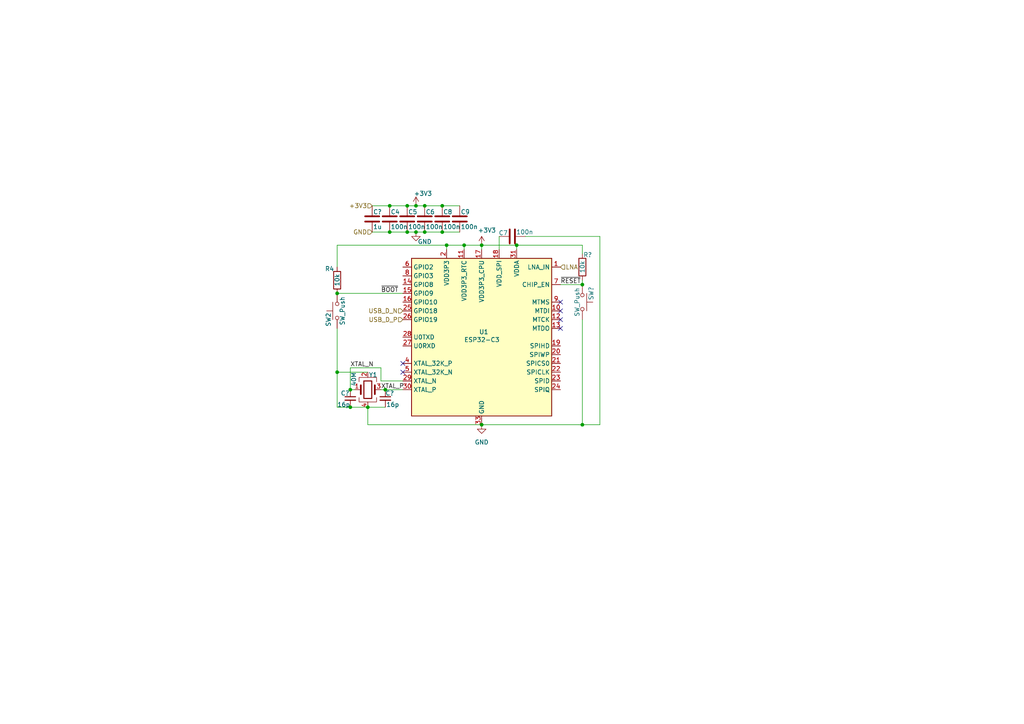
<source format=kicad_sch>
(kicad_sch (version 20231120) (generator "eeschema") (generator_version "8.0")
  (paper "A4")
  (lib_symbols
    (symbol "Device:C" (pin_numbers hide) (pin_names (offset 0.254))
      (property "Reference" "C" (at 0.635 2.54 0))
      (property "Value" "C" (at 0.635 -2.54 0))
      (symbol "C_0_1"
        (polyline (pts (xy -2.032 -0.762) (xy 2.032 -0.762)) (stroke (width 0.508)))
        (polyline (pts (xy -2.032 0.762) (xy 2.032 0.762)) (stroke (width 0.508)))
      )
      (symbol "C_1_1"
        (pin passive line (at 0 3.81 270) (length 2.794) (name "~") (number "1"))
        (pin passive line (at 0 -3.81 90) (length 2.794) (name "~") (number "2"))
      )
    )
    (symbol "Device:C_Small" (pin_numbers hide) (pin_names (offset 0.254) hide)
      (property "Reference" "C" (at 0.254 1.778 0))
      (property "Value" "C_Small" (at 0.254 -2.032 0))
      (symbol "C_Small_0_1"
        (polyline (pts (xy -1.524 -0.508) (xy 1.524 -0.508)) (stroke (width 0.3302)))
        (polyline (pts (xy -1.524 0.508) (xy 1.524 0.508)) (stroke (width 0.3048)))
      )
      (symbol "C_Small_1_1"
        (pin passive line (at 0 2.54 270) (length 2.032) (name "~") (number "1"))
        (pin passive line (at 0 -2.54 90) (length 2.032) (name "~") (number "2"))
      )
    )
    (symbol "Device:Crystal_GND24" (pin_names (offset 1.016) hide)
      (property "Reference" "Y" (at 3.175 5.08 0))
      (property "Value" "Crystal_GND24" (at 3.175 3.175 0))
      (symbol "Crystal_GND24_0_1"
        (rectangle (start -1.143 2.54) (end 1.143 -2.54) (stroke (width 0.3048)))
        (polyline (pts (xy -2.54 0) (xy -2.032 0)))
        (polyline (pts (xy -2.032 -1.27) (xy -2.032 1.27)) (stroke (width 0.508)))
        (polyline (pts (xy 0 -3.81) (xy 0 -3.556)))
        (polyline (pts (xy 0 3.556) (xy 0 3.81)))
        (polyline (pts (xy 2.032 -1.27) (xy 2.032 1.27)) (stroke (width 0.508)))
        (polyline (pts (xy 2.032 0) (xy 2.54 0)))
        (polyline (pts (xy -2.54 -2.286) (xy -2.54 -3.556) (xy 2.54 -3.556) (xy 2.54 -2.286)))
        (polyline (pts (xy -2.54 2.286) (xy -2.54 3.556) (xy 2.54 3.556) (xy 2.54 2.286)))
      )
      (symbol "Crystal_GND24_1_1"
        (pin passive line (at -3.81 0 0) (length 1.27) (name "1") (number "1"))
        (pin passive line (at 0 5.08 270) (length 1.27) (name "2") (number "2"))
        (pin passive line (at 3.81 0 180) (length 1.27) (name "3") (number "3"))
        (pin passive line (at 0 -5.08 90) (length 1.27) (name "4") (number "4"))
      )
    )
    (symbol "Device:R" (pin_numbers hide) (pin_names (offset 0))
      (property "Reference" "R" (at 2.032 0 90))
      (property "Value" "R" (at 0 0 90))
      (symbol "R_0_1"
        (rectangle (start -1.016 -2.54) (end 1.016 2.54) (stroke (width 0.254)))
      )
      (symbol "R_1_1"
        (pin passive line (at 0 3.81 270) (length 1.27) (name "~") (number "1"))
        (pin passive line (at 0 -3.81 90) (length 1.27) (name "~") (number "2"))
      )
    )
    (symbol "MCU_Espressif:ESP32-C3"
      (property "Reference" "U" (at -17.272 23.876 0))
      (property "Value" "ESP32-C3" (at 16.256 23.876 0))
      (symbol "ESP32-C3_1_1"
        (rectangle (start -20.32 22.86) (end 20.32 -22.86) (stroke (width 0.254)) (fill (type background)))
        (pin bidirectional line (at 22.86 20.32 180) (length 2.54) (name "LNA_IN") (number "1"))
        (pin bidirectional line (at 22.86 7.62 180) (length 2.54) (name "MTDI") (number "10"))
        (pin power_in line (at -5.08 25.4 270) (length 2.54) (name "VDD3P3_RTC") (number "11"))
        (pin bidirectional line (at 22.86 5.08 180) (length 2.54) (name "MTCK") (number "12"))
        (pin bidirectional line (at 22.86 2.54 180) (length 2.54) (name "MTDO") (number "13"))
        (pin bidirectional line (at -22.86 15.24 0) (length 2.54) (name "GPIO8") (number "14"))
        (pin bidirectional line (at -22.86 12.7 0) (length 2.54) (name "GPIO9") (number "15"))
        (pin bidirectional line (at -22.86 10.16 0) (length 2.54) (name "GPIO10") (number "16"))
        (pin power_in line (at 0 25.4 270) (length 2.54) (name "VDD3P3_CPU") (number "17"))
        (pin power_out line (at 5.08 25.4 270) (length 2.54) (name "VDD_SPI") (number "18"))
        (pin bidirectional line (at 22.86 -2.54 180) (length 2.54) (name "SPIHD") (number "19"))
        (pin power_in line (at -10.16 25.4 270) (length 2.54) (name "VDD3P3") (number "2"))
        (pin bidirectional line (at 22.86 -5.08 180) (length 2.54) (name "SPIWP") (number "20"))
        (pin bidirectional line (at 22.86 -7.62 180) (length 2.54) (name "SPICS0") (number "21"))
        (pin bidirectional line (at 22.86 -10.16 180) (length 2.54) (name "SPICLK") (number "22"))
        (pin bidirectional line (at 22.86 -12.7 180) (length 2.54) (name "SPID") (number "23"))
        (pin bidirectional line (at 22.86 -15.24 180) (length 2.54) (name "SPIQ") (number "24"))
        (pin bidirectional line (at -22.86 7.62 0) (length 2.54) (name "GPIO18") (number "25"))
        (pin bidirectional line (at -22.86 5.08 0) (length 2.54) (name "GPIO19") (number "26"))
        (pin bidirectional line (at -22.86 -2.54 0) (length 2.54) (name "U0RXD") (number "27"))
        (pin bidirectional line (at -22.86 0 0) (length 2.54) (name "U0TXD") (number "28"))
        (pin bidirectional line (at -22.86 -12.7 0) (length 2.54) (name "XTAL_N") (number "29"))
        (pin passive line (at -10.16 25.4 270) (length 2.54) hide (name "VDD3P3") (number "3"))
        (pin bidirectional line (at -22.86 -15.24 0) (length 2.54) (name "XTAL_P") (number "30"))
        (pin power_in line (at 10.16 25.4 270) (length 2.54) (name "VDDA") (number "31"))
        (pin passive line (at 10.16 25.4 270) (length 2.54) hide (name "VDDA") (number "32"))
        (pin power_in line (at 0 -25.4 90) (length 2.54) (name "GND") (number "33"))
        (pin bidirectional line (at -22.86 -7.62 0) (length 2.54) (name "XTAL_32K_P") (number "4"))
        (pin bidirectional line (at -22.86 -10.16 0) (length 2.54) (name "XTAL_32K_N") (number "5"))
        (pin bidirectional line (at -22.86 20.32 0) (length 2.54) (name "GPIO2") (number "6"))
        (pin bidirectional line (at 22.86 15.24 180) (length 2.54) (name "CHIP_EN") (number "7"))
        (pin bidirectional line (at -22.86 17.78 0) (length 2.54) (name "GPIO3") (number "8"))
        (pin bidirectional line (at 22.86 10.16 180) (length 2.54) (name "MTMS") (number "9"))
      )
    )
    (symbol "Switch:SW_Push" (pin_numbers hide) (pin_names (offset 1.016) hide)
      (property "Reference" "SW" (at 1.27 2.54 0))
      (property "Value" "SW_Push" (at 0 -1.524 0))
      (symbol "SW_Push_0_1"
        (circle (center -2.032 0) (radius 0.508))
        (polyline (pts (xy 0 1.27) (xy 0 3.048)))
        (polyline (pts (xy 2.54 1.27) (xy -2.54 1.27)))
        (circle (center 2.032 0) (radius 0.508))
        (pin passive line (at -5.08 0 0) (length 2.54) (name "1") (number "1"))
        (pin passive line (at 5.08 0 180) (length 2.54) (name "2") (number "2"))
      )
    )
    (symbol "power:+3.3V" (power) (pin_numbers hide) (pin_names (offset 0) hide)
      (property "Value" "+3.3V" (at 0 3.556 0))
      (symbol "+3.3V_0_1"
        (polyline (pts (xy -0.762 1.27) (xy 0 2.54)))
        (polyline (pts (xy 0 0) (xy 0 2.54)))
        (polyline (pts (xy 0 2.54) (xy 0.762 1.27)))
      )
      (symbol "+3.3V_1_1"
        (pin power_in line (at 0 0 90) (length 0) (name "~") (number "1"))
      )
    )
    (symbol "power:GND" (power) (pin_numbers hide) (pin_names (offset 0) hide)
      (property "Value" "GND" (at 0 -3.81 0))
      (symbol "GND_0_1"
        (polyline (pts (xy 0 0) (xy 0 -1.27) (xy 1.27 -1.27) (xy 0 -2.54) (xy -1.27 -1.27) (xy 0 -1.27)))
      )
      (symbol "GND_1_1"
        (pin power_in line (at 0 0 270) (length 0) (name "~") (number "1"))
      )
    )
  )
  (junction (at 149.86 71.12))
  (junction (at 134.62 71.12))
  (junction (at 97.79 85.09))
  (junction (at 120.65 67.31))
  (junction (at 118.11 67.31))
  (junction (at 97.79 107.95))
  (junction (at 168.91 82.55))
  (junction (at 113.03 67.31))
  (junction (at 111.76 113.03))
  (junction (at 101.6 113.03))
  (junction (at 129.54 71.12))
  (junction (at 168.91 123.19))
  (junction (at 139.7 123.19))
  (junction (at 120.65 59.69))
  (junction (at 101.6 118.11))
  (junction (at 128.27 67.31))
  (junction (at 123.19 67.31))
  (junction (at 128.27 59.69))
  (junction (at 106.68 118.11))
  (junction (at 113.03 59.69))
  (junction (at 118.11 59.69))
  (junction (at 139.7 71.12))
  (junction (at 123.19 59.69))
  (no_connect (at 162.56 87.63))
  (no_connect (at 162.56 95.25))
  (no_connect (at 162.56 90.17))
  (no_connect (at 162.56 92.71))
  (no_connect (at 116.84 107.95))
  (no_connect (at 116.84 105.41))
  (wire (pts (xy 110.49 110.49) (xy 116.84 110.49)))
  (wire (pts (xy 110.49 113.03) (xy 111.76 113.03)))
  (wire (pts (xy 128.27 67.31) (xy 133.35 67.31)))
  (wire (pts (xy 128.27 59.69) (xy 123.19 59.69)))
  (wire (pts (xy 134.62 71.12) (xy 134.62 72.39)))
  (wire (pts (xy 113.03 67.31) (xy 118.11 67.31)))
  (wire (pts (xy 120.65 67.31) (xy 123.19 67.31)))
  (wire (pts (xy 120.65 59.69) (xy 118.11 59.69)))
  (wire (pts (xy 168.91 81.28) (xy 168.91 82.55)))
  (wire (pts (xy 107.95 67.31) (xy 113.03 67.31)))
  (wire (pts (xy 128.27 59.69) (xy 133.35 59.69)))
  (wire (pts (xy 120.65 59.69) (xy 123.19 59.69)))
  (wire (pts (xy 110.49 106.68) (xy 110.49 110.49)))
  (wire (pts (xy 97.79 107.95) (xy 97.79 118.11)))
  (wire (pts (xy 97.79 85.09) (xy 116.84 85.09)))
  (wire (pts (xy 107.95 59.69) (xy 113.03 59.69)))
  (wire (pts (xy 168.91 71.12) (xy 168.91 73.66)))
  (wire (pts (xy 106.68 118.11) (xy 106.68 123.19)))
  (wire (pts (xy 113.03 59.69) (xy 118.11 59.69)))
  (wire (pts (xy 97.79 77.47) (xy 97.79 71.12)))
  (wire (pts (xy 101.6 113.03) (xy 102.87 113.03)))
  (wire (pts (xy 134.62 71.12) (xy 139.7 71.12)))
  (wire (pts (xy 168.91 92.71) (xy 168.91 123.19)))
  (wire (pts (xy 168.91 82.55) (xy 162.56 82.55)))
  (wire (pts (xy 173.99 68.58) (xy 173.99 123.19)))
  (wire (pts (xy 97.79 95.25) (xy 97.79 107.95)))
  (wire (pts (xy 168.91 123.19) (xy 139.7 123.19)))
  (wire (pts (xy 118.11 67.31) (xy 120.65 67.31)))
  (wire (pts (xy 97.79 118.11) (xy 101.6 118.11)))
  (wire (pts (xy 101.6 118.11) (xy 106.68 118.11)))
  (wire (pts (xy 106.68 118.11) (xy 111.76 118.11)))
  (wire (pts (xy 111.76 113.03) (xy 116.84 113.03)))
  (wire (pts (xy 129.54 71.12) (xy 129.54 72.39)))
  (wire (pts (xy 152.4 68.58) (xy 173.99 68.58)))
  (wire (pts (xy 101.6 113.03) (xy 101.6 106.68)))
  (wire (pts (xy 144.78 68.58) (xy 144.78 72.39)))
  (wire (pts (xy 139.7 71.12) (xy 149.86 71.12)))
  (wire (pts (xy 97.79 71.12) (xy 129.54 71.12)))
  (wire (pts (xy 139.7 71.12) (xy 139.7 72.39)))
  (wire (pts (xy 129.54 71.12) (xy 134.62 71.12)))
  (wire (pts (xy 149.86 71.12) (xy 149.86 72.39)))
  (wire (pts (xy 173.99 123.19) (xy 168.91 123.19)))
  (wire (pts (xy 106.68 107.95) (xy 97.79 107.95)))
  (wire (pts (xy 106.68 123.19) (xy 139.7 123.19)))
  (wire (pts (xy 101.6 106.68) (xy 110.49 106.68)))
  (wire (pts (xy 128.27 67.31) (xy 123.19 67.31)))
  (wire (pts (xy 149.86 71.12) (xy 168.91 71.12)))
  (label "~{RESET}" (at 162.56 82.55 0))
  (label "XTAL_P" (at 110.49 113.03 0))
  (label "XTAL_N" (at 101.6 106.68 0))
  (label "~{BOOT}" (at 110.49 85.09 0))
  (hierarchical_label "LNA" (shape input) (at 162.56 77.47 0))
  (hierarchical_label "GND" (shape input) (at 107.95 67.31 180))
  (hierarchical_label "USB_D_N" (shape input) (at 116.84 90.17 180))
  (hierarchical_label "+3V3" (shape input) (at 107.95 59.69 180))
  (hierarchical_label "USB_D_P" (shape input) (at 116.84 92.71 180))
  (symbol (lib_id "power:GND") (at 139.7 123.19 0) (unit 1)
    (property "Reference" "#PWR03" (effects (hide yes)))
    (property "Value" "GND" (at 139.7 128.27 0))
    (property "Description" "Power symbol creates a global label with name \"GND\" , ground" (effects (hide yes)))
  )
  (symbol (lib_id "Device:C") (at 148.59 68.58 90) (unit 1)
    (property "Reference" "C7" (at 147.32 67.564 90) (effects (justify left)))
    (property "Value" "100n" (at 154.686 67.31 90) (effects (justify left)))
    (property "Description" "Unpolarized capacitor" (effects (hide yes)))
  )
  (symbol (lib_id "Switch:SW_Push") (at 97.79 90.17 90) (unit 1)
    (property "Reference" "SW2" (at 95.25 92.71 0))
    (property "Value" "SW_Push" (at 99.314 90.17 0))
    (property "Description" "Push button switch, generic, two pins" (effects (hide yes)))
  )
  (symbol (lib_id "Switch:SW_Push") (at 168.91 87.63 270) (unit 1)
    (property "Reference" "SW?" (at 171.45 85.09 0))
    (property "Value" "SW_Push" (at 167.386 87.63 0))
    (property "Description" "Push button switch, generic, two pins" (effects (hide yes)))
  )
  (symbol (lib_id "power:+3.3V") (at 120.65 59.69 0) (unit 1)
    (property "Reference" "#PWR04" (effects (hide yes)))
    (property "Value" "+3V3" (at 122.682 56.134 0))
    (property "Description" "Power symbol creates a global label with name \"+3.3V\"" (effects (hide yes)))
  )
  (symbol (lib_id "Device:R") (at 168.91 77.47 0) (unit 1)
    (property "Reference" "R?" (at 169.164 73.914 0) (effects (justify left)))
    (property "Value" "10k" (at 168.91 79.248 90) (effects (justify left)))
    (property "Description" "Resistor" (effects (hide yes)))
  )
  (symbol (lib_id "Device:C") (at 128.27 63.5 0) (unit 1)
    (property "Reference" "C8" (at 128.524 61.468 0) (effects (justify left)))
    (property "Value" "100n" (at 128.524 65.786 0) (effects (justify left)))
    (property "Description" "Unpolarized capacitor" (effects (hide yes)))
  )
  (symbol (lib_id "Device:C_Small") (at 101.6 115.57 0) (unit 1)
    (property "Reference" "C?" (at 98.806 114.046 0) (effects (justify left)))
    (property "Value" "16p" (at 97.79 117.348 0) (effects (justify left)))
    (property "Description" "Unpolarized capacitor, small symbol" (effects (hide yes)))
  )
  (symbol (lib_id "Device:R") (at 97.79 81.28 0) (unit 1)
    (property "Reference" "R4" (at 94.234 77.978 0) (effects (justify left)))
    (property "Value" "10k" (at 97.79 83.058 90) (effects (justify left)))
    (property "Description" "Resistor" (effects (hide yes)))
  )
  (symbol (lib_id "Device:C") (at 123.19 63.5 0) (unit 1)
    (property "Reference" "C6" (at 123.444 61.468 0) (effects (justify left)))
    (property "Value" "100n" (at 123.444 65.786 0) (effects (justify left)))
    (property "Description" "Unpolarized capacitor" (effects (hide yes)))
  )
  (symbol (lib_id "Device:C") (at 113.03 63.5 0) (unit 1)
    (property "Reference" "C4" (at 113.284 61.468 0) (effects (justify left)))
    (property "Value" "100n" (at 113.284 65.786 0) (effects (justify left)))
    (property "Description" "Unpolarized capacitor" (effects (hide yes)))
  )
  (symbol (lib_id "Device:Crystal_GND24") (at 106.68 113.03 0) (unit 1)
    (property "Reference" "Y1" (at 108.204 108.712 0))
    (property "Value" "40M" (at 102.616 109.982 90))
    (property "Description" "Four pin crystal, GND on pins 2 and 4" (effects (hide yes)))
  )
  (symbol (lib_id "power:GND") (at 120.65 67.31 0) (unit 1)
    (property "Reference" "#PWR05" (effects (hide yes)))
    (property "Value" "GND" (at 123.19 70.104 0))
    (property "Description" "Power symbol creates a global label with name \"GND\" , ground" (effects (hide yes)))
  )
  (symbol (lib_id "power:+3.3V") (at 139.7 71.12 0) (unit 1)
    (property "Reference" "#PWR02" (effects (hide yes)))
    (property "Value" "+3V3" (at 141.224 66.802 0))
    (property "Description" "Power symbol creates a global label with name \"+3.3V\"" (effects (hide yes)))
  )
  (symbol (lib_id "MCU_Espressif:ESP32-C3") (at 139.7 97.79 0) (unit 1)
    (property "Reference" "U1" (at 138.938 96.266 0) (effects (justify left)))
    (property "Value" "ESP32-C3" (at 134.62 98.552 0) (effects (justify left)))
    (property "Footprint" "Package_DFN_QFN:QFN-32-1EP_5x5mm_P0.5mm_EP3.7x3.7mm" (effects (hide yes)))
    (property "Datasheet" "https://www.espressif.com/sites/default/files/documentation/esp32-c3_datasheet_en.pdf" (effects (hide yes)))
    (property "Description" "RF Module, ESP32 SoC, RISC-V, WiFi 802.11b/n/g, Bluetooth LE 5, QFN32" (effects (hide yes)))
  )
  (symbol (lib_id "Device:C_Small") (at 111.76 115.57 0) (unit 1)
    (property "Reference" "C?" (at 111.76 114.046 0) (effects (justify left)))
    (property "Value" "16p" (at 112.014 117.348 0) (effects (justify left)))
    (property "Description" "Unpolarized capacitor, small symbol" (effects (hide yes)))
  )
  (symbol (lib_id "Device:C") (at 133.35 63.5 0) (unit 1)
    (property "Reference" "C9" (at 133.604 61.468 0) (effects (justify left)))
    (property "Value" "100n" (at 133.604 65.786 0) (effects (justify left)))
    (property "Description" "Unpolarized capacitor" (effects (hide yes)))
  )
  (symbol (lib_id "Device:C") (at 118.11 63.5 0) (unit 1)
    (property "Reference" "C5" (at 118.364 61.468 0) (effects (justify left)))
    (property "Value" "100n" (at 118.364 65.786 0) (effects (justify left)))
    (property "Description" "Unpolarized capacitor" (effects (hide yes)))
  )
  (symbol (lib_id "Device:C") (at 107.95 63.5 0) (unit 1)
    (property "Reference" "C?" (at 108.204 61.468 0) (effects (justify left)))
    (property "Value" "1u" (at 108.204 65.786 0) (effects (justify left)))
    (property "Description" "Unpolarized capacitor" (effects (hide yes)))
  )
)
</source>
